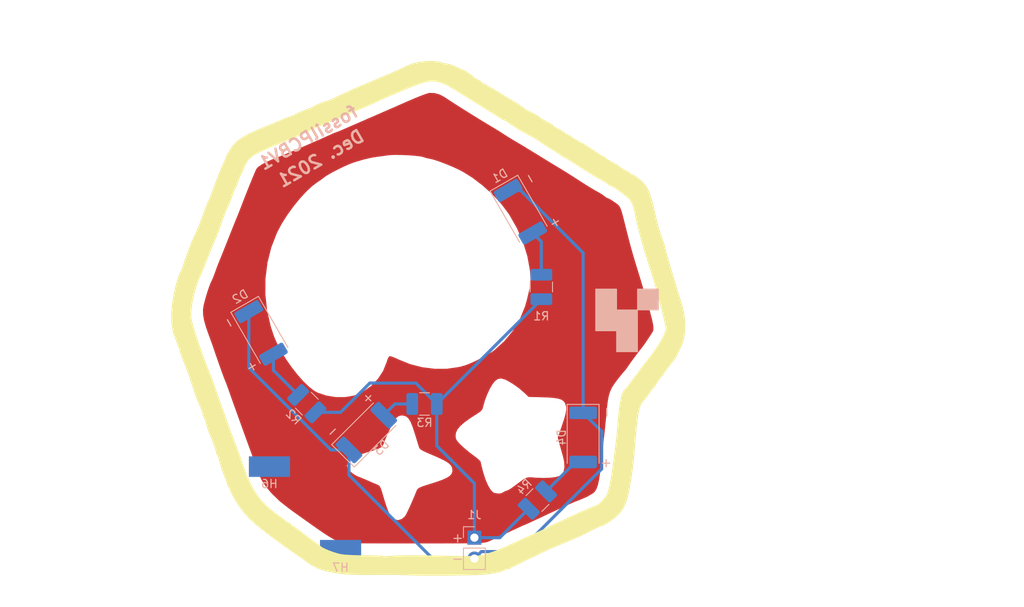
<source format=kicad_pcb>
(kicad_pcb (version 20211014) (generator pcbnew)
  (layers (0 "F.Cu" signal) (31 "B.Cu" signal) (34 "B.Paste" user) (35 "F.Paste" user) (36 "B.SilkS" user "B.Silkscreen") (37 "F.SilkS" user "F.Silkscreen") (38 "B.Mask" user) (39 "F.Mask" user) (44 "Edge.Cuts" user))
  (net 0 "")
  (net 1 "Net-(D1-Pad1)")
  (net 2 "Net-(D1-Pad2)")
  (net 3 "Net-(D2-Pad2)")
  (net 4 "Net-(D3-Pad2)")
  (net 5 "Net-(D4-Pad2)")
  (net 6 "Net-(J1-Pad1)")
  (net 7 "Net-(H6-Pad1)")
  (net 8 "Net-(H7-Pad1)")
  (footprint "fossilFootprint:fossilCopperFill" (layer "F.Cu") (at 177.8 76.2)
    (fp_text reference "H1" hide)
    (fp_text value "MountingHole" hide)
    (fp_poly (pts (xy 0.718068 -27.63413) (xy 1.348667 -27.461911) (xy 1.905 -27.17663) (xy 2.463272 -26.806296) (xy 3.186181 -26.338877) (xy 4.020451 -25.807788) (xy 4.912805 -25.246442) (xy 5.80997 -24.688255) (xy 6.658667 -24.166642) (xy 7.405622 -23.715015) (xy 7.747 -23.512541) (xy 8.242198 -23.213473) (xy 8.806637 -22.860825) (xy 9.2075 -22.602925) (xy 9.695035 -22.290752) (xy 10.195341 -21.981772) (xy 10.541 -21.777186) (xy 10.977391 -21.522267) (xy 11.490071 -21.214985) (xy 11.811 -21.018699) (xy 12.264152 -20.740246) (xy 12.704668 -20.472422) (xy 12.954 -20.322792) (xy 13.341596 -20.088289) (xy 13.702452 -19.863387) (xy 13.738745 -19.840171) (xy 14.007168 -19.671799) (xy 14.415928 -19.420081) (xy 14.887687 -19.132571) (xy 15.008745 -19.05926) (xy 15.726892 -18.624497) (xy 16.285276 -18.284603) (xy 16.741746 -18.003443) (xy 17.154149 -17.744882) (xy 17.580333 -17.472786) (xy 18.078145 -17.15102) (xy 18.444284 -16.913234) (xy 19.03949 -16.532819) (xy 19.619851 -16.173211) (xy 20.121145 -15.873511) (xy 20.479151 -15.67282) (xy 20.495428 -15.664393) (xy 20.90062 -15.4361) (xy 21.247221 -15.206789) (xy 21.376625 -15.102409) (xy 21.613284 -14.922845) (xy 21.772697 -14.858791) (xy 21.939579 -14.790675) (xy 22.244484 -14.612759) (xy 22.60138 -14.377151) (xy 22.84228 -14.210337) (xy 23.028484 -14.065471) (xy 23.175943 -13.906504) (xy 23.300603 -13.697388) (xy 23.418416 -13.402074) (xy 23.545329 -12.984514) (xy 23.697292 -12.408657) (xy 23.890254 -11.638455) (xy 23.989565 -11.2395) (xy 24.271577 -10.122743) (xy 24.520297 -9.174287) (xy 24.757668 -8.314509) (xy 25.005634 -7.463789) (xy 25.267135 -6.604) (xy 25.41643 -6.119399) (xy 25.553265 -5.672003) (xy 25.690957 -5.217358) (xy 25.842819 -4.71101) (xy 26.022165 -4.108504) (xy 26.242309 -3.365386) (xy 26.516565 -2.437201) (xy 26.617439 -2.0955) (xy 26.914413 -1.06155) (xy 27.129774 -0.243205) (xy 27.268095 0.38286) (xy 27.333952 0.83997) (xy 27.331917 1.15145) (xy 27.285253 1.310005) (xy 27.132818 1.565036) (xy 26.882452 1.952657) (xy 26.584065 2.398918) (xy 26.287571 2.829871) (xy 26.04288 3.171566) (xy 25.933152 3.313289) (xy 25.678641 3.632485) (xy 25.334762 4.083221) (xy 24.958165 4.589207) (xy 24.6055 5.074148) (xy 24.333417 5.461753) (xy 24.291251 5.5245) (xy 24.062642 5.853379) (xy 23.873494 6.099039) (xy 23.818051 6.1595) (xy 23.680112 6.313507) (xy 23.432214 6.612073) (xy 23.120449 6.999345) (xy 23.014623 7.133013) (xy 22.601377 7.681618) (xy 22.29148 8.169768) (xy 22.064962 8.655355) (xy 21.901853 9.196274) (xy 21.782182 9.850418) (xy 21.685979 10.675679) (xy 21.646784 11.098359) (xy 21.573715 11.889883) (xy 21.493295 12.704423) (xy 21.414326 13.456065) (xy 21.345611 14.0589) (xy 21.333061 14.1605) (xy 21.250519 14.853276) (xy 21.163053 15.646819) (xy 21.087342 16.388815) (xy 21.075793 16.51) (xy 20.956529 17.694192) (xy 20.839998 18.651075) (xy 20.719979 19.407183) (xy 20.590253 19.98905) (xy 20.4446 20.423209) (xy 20.2768 20.736194) (xy 20.080633 20.954537) (xy 20.023325 20.999733) (xy 19.285947 21.439787) (xy 18.313646 21.852759) (xy 18.176232 21.902125) (xy 17.782541 22.054748) (xy 17.288009 22.26464) (xy 16.935312 22.42382) (xy 15.800922 22.952649) (xy 14.801215 23.419908) (xy 13.840265 23.870488) (xy 13.041685 24.245938) (xy 12.504843 24.496664) (xy 12.057372 24.702025) (xy 11.745938 24.840858) (xy 11.617206 24.891999) (xy 11.617158 24.892) (xy 11.488932 24.943053) (xy 11.178059 25.082056) (xy 10.731223 25.287768) (xy 10.195972 25.538544) (xy 9.502642 25.865399) (xy 8.948578 26.125101) (xy 8.443636 26.359522) (xy 7.897671 26.610536) (xy 7.3025 26.882608) (xy 7.188041 26.929161) (xy 7.051099 26.969056) (xy 6.872384 27.002804) (xy 6.632608 27.030916) (xy 6.312482 27.053901) (xy 5.892718 27.072271) (xy 5.354026 27.086536) (xy 4.677118 27.097206) (xy 3.842706 27.104792) (xy 2.831501 27.109803) (xy 1.624213 27.112752) (xy 0.201555 27.114147) (xy -1.455763 27.114499) (xy -1.4605 27.1145) (xy -2.893562 27.113996) (xy -4.257361 27.112544) (xy -5.529714 27.110229) (xy -6.688436 27.107138) (xy -7.711343 27.103357) (xy -8.57625 27.098973) (xy -9.260974 27.094071) (xy -9.743329 27.088738) (xy -10.001131 27.08306) (xy -10.033 27.081141) (xy -10.388308 27.030019) (xy -10.736163 26.943578) (xy -11.104692 26.806089) (xy -11.522019 26.601821) (xy -12.01627 26.315045) (xy -12.615571 25.930028) (xy -13.348047 25.431043) (xy -14.241823 24.802357) (xy -14.732 24.453035) (xy -15.32462 24.029489) (xy -15.925207 23.600195) (xy -16.459788 23.218032) (xy -16.82377 22.957776) (xy -18.028325 22.015187) (xy -19.020159 21.057037) (xy -19.465811 20.539684) (xy -19.800365 20.112591) (xy -20.062252 19.73732) (xy -20.281771 19.355024) (xy -20.489223 18.906858) (xy -20.714907 18.333978) (xy -20.942704 17.705774) (xy -9.906 17.705774) (xy -9.801255 17.987874) (xy -9.527788 18.320622) (xy -9.146753 18.646619) (xy -8.719302 18.908468) (xy -8.543749 18.984359) (xy -8.084686 19.165277) (xy -7.53917 19.394754) (xy -7.17439 19.555975) (xy -6.733119 19.750658) (xy -6.349057 19.910299) (xy -6.133827 19.990494) (xy -5.934867 20.131469) (xy -5.767021 20.443933) (xy -5.649292 20.802527) (xy -5.362436 21.782411) (xy -5.120624 22.546208) (xy -4.909598 23.124812) (xy -4.7151 23.549116) (xy -4.522872 23.850015) (xy -4.318657 24.0584) (xy -4.088196 24.205167) (xy -4.076083 24.211265) (xy -3.666368 24.284907) (xy -3.236426 24.151226) (xy -2.863714 23.837361) (xy -2.811753 23.768234) (xy -2.669333 23.517049) (xy -2.455979 23.081311) (xy -2.194815 22.512409) (xy -1.908965 21.861733) (xy -1.621553 21.180671) (xy -1.392037 20.613073) (xy -1.284351 20.465018) (xy -1.058078 20.322195) (xy -0.672286 20.16519) (xy -0.086043 19.974592) (xy 0.02569 19.940707) (xy 0.974268 19.642613) (xy 1.700567 19.381644) (xy 2.230788 19.142251) (xy 2.59113 18.908884) (xy 2.807793 18.665994) (xy 2.906976 18.398031) (xy 2.921 18.222364) (xy 2.877351 17.901714) (xy 2.726785 17.617532) (xy 2.439865 17.34588) (xy 1.987159 17.062825) (xy 1.339233 16.74443) (xy 0.8255 16.518321) (xy 0.127897 16.219715) (xy -0.373289 15.999566) (xy -0.714125 15.834024) (xy -0.93068 15.699242) (xy -1.059022 15.571371) (xy -1.135219 15.426563) (xy -1.19534 15.240968) (xy -1.217579 15.167426) (xy -1.332309 14.794082) (xy -1.488893 14.284937) (xy -1.57933 13.991026) (xy 3.302 13.991026) (xy 3.323445 14.287423) (xy 3.414884 14.535005) (xy 3.616972 14.805634) (xy 3.96875 15.169577) (xy 4.423327 15.584705) (xy 4.972263 16.038339) (xy 5.49275 16.429387) (xy 5.889328 16.727997) (xy 6.188637 16.992159) (xy 6.340618 17.176333) (xy 6.35 17.209247) (xy 6.382949 17.403409) (xy 6.471425 17.777855) (xy 6.599872 18.269019) (xy 6.682539 18.56808) (xy 6.943796 19.366504) (xy 7.237043 20.043472) (xy 7.5428 20.564207) (xy 7.841592 20.893934) (xy 8.041016 20.993455) (xy 8.531989 21.057692) (xy 8.870546 21.01428) (xy 9.087976 20.895539) (xy 9.352009 20.746747) (xy 9.513268 20.705039) (xy 9.703179 20.630866) (xy 10.018643 20.441838) (xy 10.338768 20.217234) (xy 10.926798 19.77553) (xy 11.355519 19.460499) (xy 11.67339 19.252701) (xy 11.92887 19.132697) (xy 12.170415 19.081046) (xy 12.446486 19.078308) (xy 12.80554 19.105043) (xy 13.059964 19.12557) (xy 13.967611 19.162898) (xy 14.779309 19.135784) (xy 15.451572 19.048722) (xy 15.940919 18.906207) (xy 16.110412 18.810352) (xy 16.404908 18.431752) (xy 16.532364 17.878026) (xy 16.49078 17.167121) (xy 16.358624 16.580616) (xy 16.196227 16.000896) (xy 16.028802 15.395159) (xy 15.912242 14.967144) (xy 15.719138 14.249789) (xy 16.241569 12.741657) (xy 16.504881 11.942806) (xy 16.67 11.330322) (xy 16.742482 10.858725) (xy 16.727883 10.482537) (xy 16.631757 10.156279) (xy 16.572651 10.031359) (xy 16.401504 9.801357) (xy 16.135629 9.627969) (xy 15.741396 9.502973) (xy 15.18517 9.418145) (xy 14.433321 9.365262) (xy 13.754982 9.342421) (xy 12.172274 9.304526) (xy 11.642387 8.795466) (xy 10.977925 8.227968) (xy 10.223808 7.69645) (xy 9.488333 7.275577) (xy 9.328422 7.200132) (xy 8.846525 7.05791) (xy 8.439519 7.121025) (xy 8.063394 7.405681) (xy 7.777109 7.771351) (xy 7.458501 8.320375) (xy 7.140246 9.004807) (xy 6.867036 9.717007) (xy 6.683565 10.349335) (xy 6.661136 10.459098) (xy 6.562372 10.788181) (xy 6.3675 11.038561) (xy 6.008802 11.295419) (xy 5.984111 11.310725) (xy 5.068183 11.899801) (xy 4.36629 12.409446) (xy 3.858643 12.859438) (xy 3.52545 13.269552) (xy 3.346923 13.659564) (xy 3.302 13.991026) (xy -1.57933 13.991026) (xy -1.654436 13.746943) (xy -1.662569 13.720518) (xy -1.927225 12.917804) (xy -2.168908 12.333641) (xy -2.410946 11.936837) (xy -2.676666 11.696198) (xy -2.989394 11.580531) (xy -3.280495 11.557) (xy -3.622017 11.638613) (xy -3.963243 11.91018) (xy -4.050844 12.005919) (xy -4.285456 12.300265) (xy -4.426565 12.529676) (xy -4.445 12.592068) (xy -4.495962 12.764437) (xy -4.631452 13.10169) (xy -4.825373 13.540063) (xy -4.890409 13.680408) (xy -5.10905 14.163534) (xy -5.289002 14.590874) (xy -5.398022 14.88508) (xy -5.409831 14.926413) (xy -5.529609 15.209945) (xy -5.757013 15.434901) (xy -6.137023 15.630519) (xy -6.714622 15.826039) (xy -6.858 15.867758) (xy -7.386837 16.02488) (xy -7.880835 16.18192) (xy -8.238344 16.306487) (xy -8.255 16.312908) (xy -8.691099 16.4809) (xy -9.11701 16.642409) (xy -9.11824 16.64287) (xy -9.493548 16.889467) (xy -9.780547 17.266834) (xy -9.905251 17.675147) (xy -9.906 17.705774) (xy -20.942704 17.705774) (xy -20.984868 17.5895) (xy -21.209839 16.959386) (xy -21.429777 16.347463) (xy -21.615827 15.8338) (xy -21.717141 15.5575) (xy -21.849978 15.195613) (xy -22.043907 14.662839) (xy -22.274183 14.027345) (xy -22.51606 13.3573) (xy -22.546962 13.2715) (xy -22.81215 12.535011) (xy -23.09147 11.759328) (xy -23.351225 11.038025) (xy -23.553099 10.4775) (xy -23.776474 9.853175) (xy -24.006937 9.202295) (xy -24.203603 8.640497) (xy -24.24908 8.509) (xy -24.422644 8.021729) (xy -24.591074 7.576156) (xy -24.703443 7.3025) (xy -24.807932 7.041201) (xy -24.976342 6.588986) (xy -25.191017 5.995477) (xy -25.434298 5.310299) (xy -25.688528 4.583078) (xy -25.936049 3.863439) (xy -26.104333 3.3655) (xy -26.228354 3.009017) (xy -26.409018 2.506494) (xy -26.613279 1.949527) (xy -26.677022 1.778) (xy -27.021864 0.791403) (xy -27.248795 -0.017828) (xy -27.36566 -0.69301) (xy -27.380304 -1.277464) (xy -27.315542 -1.747967) (xy -27.185254 -2.286648) (xy -27.013892 -2.900474) (xy -26.940741 -3.138587) (xy -19.804929 -3.138587) (xy -19.590216 -1.174591) (xy -19.1462 0.76563) (xy -18.746335 1.9685) (xy -18.351722 2.875338) (xy -17.838772 3.831857) (xy -17.235871 4.801428) (xy -16.571408 5.747422) (xy -15.87377 6.633211) (xy -15.171344 7.422166) (xy -14.492519 8.077659) (xy -13.86568 8.563062) (xy -13.462 8.78688) (xy -12.381006 9.147998) (xy -11.240107 9.331334) (xy -10.109456 9.332438) (xy -9.059202 9.146863) (xy -8.843569 9.079751) (xy -7.830187 8.607583) (xy -6.906308 7.928997) (xy -6.111855 7.086692) (xy -5.486752 6.123364) (xy -5.070921 5.08171) (xy -5.056726 5.029785) (xy -4.931491 4.662072) (xy -4.795598 4.410229) (xy -4.7302 4.351531) (xy -4.547809 4.375951) (xy -4.205381 4.495572) (xy -3.767406 4.686833) (xy -3.627368 4.754487) (xy -2.240634 5.317812) (xy -0.762279 5.696872) (xy 0.754594 5.886744) (xy 2.256881 5.882506) (xy 3.691478 5.679236) (xy 4.3815 5.496863) (xy 5.009166 5.263748) (xy 5.750584 4.930985) (xy 6.523374 4.540821) (xy 7.245161 4.135507) (xy 7.833567 3.757291) (xy 7.971417 3.655694) (xy 9.212191 2.543073) (xy 10.262483 1.268858) (xy 11.109268 -0.14682) (xy 11.739521 -1.683828) (xy 11.981956 -2.543449) (xy 12.171598 -3.354812) (xy 12.301662 -3.983871) (xy 12.378295 -4.493672) (xy 12.407643 -4.947261) (xy 12.395852 -5.407683) (xy 12.349069 -5.937983) (xy 12.32995 -6.112816) (xy 12.027114 -7.792458) (xy 11.500681 -9.499904) (xy 10.769195 -11.18626) (xy 9.851203 -12.802635) (xy 9.710888 -13.0175) (xy 8.835737 -14.175942) (xy 7.772433 -15.323113) (xy 6.58276 -16.402499) (xy 5.328502 -17.357584) (xy 4.191 -18.066671) (xy 3.609114 -18.364195) (xy 2.920022 -18.678958) (xy 2.18635 -18.986166) (xy 1.470723 -19.261026) (xy 0.835768 -19.478745) (xy 0.344109 -19.61453) (xy 0.224279 -19.637087) (xy -0.168146 -19.714926) (xy -0.479279 -19.807059) (xy -0.536628 -19.832209) (xy -0.801873 -19.906181) (xy -1.262782 -19.974135) (xy -1.861033 -20.032807) (xy -2.538306 -20.078932) (xy -3.236278 -20.109246) (xy -3.89663 -20.120483) (xy -4.461039 -20.109379) (xy -4.86097 -20.074284) (xy -5.408845 -19.993916) (xy -5.965862 -19.919301) (xy -6.260973 -19.883726) (xy -6.990646 -19.762817) (xy -7.868853 -19.553824) (xy -8.814414 -19.277045) (xy -9.2075 -19.147044) (xy -9.664304 -18.968602) (xy -10.232664 -18.714679) (xy -10.853091 -18.415567) (xy -11.466097 -18.101556) (xy -12.012195 -17.802936) (xy -12.431897 -17.549997) (xy -12.6365 -17.401048) (xy -12.903144 -17.193884) (xy -13.266926 -16.944011) (xy -13.3985 -16.860071) (xy -14.088374 -16.347751) (xy -14.841412 -15.645143) (xy -15.622295 -14.796091) (xy -16.395704 -13.844437) (xy -17.126319 -12.834024) (xy -17.778821 -11.808695) (xy -18.317891 -10.812292) (xy -18.386802 -10.668) (xy -19.081275 -8.891065) (xy -19.549656 -7.02504) (xy -19.791142 -5.098142) (xy -19.804929 -3.138587) (xy -26.940741 -3.138587) (xy -26.822607 -3.523117) (xy -26.632547 -4.088251) (xy -26.464865 -4.529546) (xy -26.355878 -4.75749) (xy -26.233635 -5.008933) (xy -26.069457 -5.411304) (xy -25.911511 -5.842) (xy -25.73764 -6.328959) (xy -25.57032 -6.774342) (xy -25.45969 -7.0485) (xy -25.361677 -7.284605) (xy -25.188339 -7.712618) (xy -24.957486 -8.288139) (xy -24.686925 -8.966768) (xy -24.394467 -9.704103) (xy -24.389958 -9.7155) (xy -24.090662 -10.470244) (xy -23.806712 -11.182961) (xy -23.55772 -11.804674) (xy -23.3633 -12.286407) (xy -23.245663 -12.573) (xy -23.06955 -13.005297) (xy -22.857313 -13.544113) (xy -22.693955 -13.97) (xy -22.46078 -14.578002) (xy -22.190928 -15.266594) (xy -21.903629 -15.988357) (xy -21.618113 -16.695868) (xy -21.353609 -17.341708) (xy -21.129346 -17.878456) (xy -20.964553 -18.25869) (xy -20.895432 -18.405276) (xy -20.669125 -18.655285) (xy -20.253133 -18.94676) (xy -19.700766 -19.247211) (xy -19.065334 -19.524144) (xy -19.05 -19.530042) (xy -18.40492 -19.784746) (xy -17.583749 -20.120079) (xy -16.642006 -20.51239) (xy -15.635207 -20.938029) (xy -14.618868 -21.373343) (xy -13.648505 -21.794681) (xy -12.779637 -22.178391) (xy -12.067779 -22.500823) (xy -11.966279 -22.547884) (xy -11.593823 -22.716121) (xy -11.321524 -22.829439) (xy -11.225566 -22.86) (xy -11.083674 -22.907419) (xy -10.771017 -23.033099) (xy -10.348949 -23.212176) (xy -10.244787 -23.257455) (xy -9.463995 -23.598226) (xy -8.637668 -23.95862) (xy -7.80269 -24.322575) (xy -6.995948 -24.67403) (xy -6.254326 -24.996924) (xy -5.614709 -25.275194) (xy -5.113983 -25.492779) (xy -4.789033 -25.633617) (xy -4.699 -25.672374) (xy -4.37645 -25.812685) (xy -3.972831 -25.991453) (xy -3.8735 -26.035912) (xy -2.667522 -26.569858) (xy -1.659435 -27.000672) (xy -0.856171 -27.325565) (xy -0.264661 -27.541748) (xy 0.108165 -27.646433) (xy 0.143942 -27.65223) (xy 0.718068 -27.63413)) (layer "F.Cu") (width 0.01) (fill solid))
  )
  (footprint "fossilFootprint:fossilEdge" (layer "F.Cu") (at 177.8 76.2)
    (fp_text reference "H2" hide)
    (fp_text value "MountingHole" hide)
    (fp_poly (pts (xy 0.811661 -31.345673) (xy 1.763686 -31.228814) (xy 2.649736 -31.041432) (xy 3.385359 -30.794511) (xy 3.4925 -30.745918) (xy 3.849992 -30.578777) (xy 4.131874 -30.452832) (xy 4.191 -30.428299) (xy 4.392719 -30.311491) (xy 4.709595 -30.090789) (xy 4.953 -29.90688) (xy 5.332399 -29.626641) (xy 5.683209 -29.393623) (xy 5.842 -29.303157) (xy 6.121021 -29.154434) (xy 6.464875 -28.949155) (xy 6.919368 -28.65876) (xy 7.530311 -28.254695) (xy 7.62 -28.194746) (xy 8.009508 -27.940252) (xy 8.334253 -27.738875) (xy 8.509 -27.641826) (xy 8.75002 -27.512746) (xy 9.039988 -27.335352) (xy 9.554603 -27.008394) (xy 10.060021 -26.69903) (xy 10.507187 -26.436001) (xy 10.847048 -26.248048) (xy 11.030552 -26.163912) (xy 11.042551 -26.162001) (xy 11.199002 -26.075348) (xy 11.309089 -25.964163) (xy 11.532849 -25.784911) (xy 11.868761 -25.602078) (xy 11.926156 -25.577102) (xy 12.300681 -25.387733) (xy 12.611047 -25.177818) (xy 12.634766 -25.157238) (xy 12.862118 -24.988045) (xy 13.241095 -24.741569) (xy 13.700946 -24.463265) (xy 13.843 -24.38099) (xy 14.331515 -24.090413) (xy 14.77764 -23.80635) (xy 15.101402 -23.58019) (xy 15.154494 -23.53819) (xy 15.424595 -23.341558) (xy 15.623132 -23.243495) (xy 15.642889 -23.241) (xy 15.822593 -23.172643) (xy 16.103718 -23.003498) (xy 16.172894 -22.955512) (xy 16.5406 -22.707515) (xy 16.891711 -22.491425) (xy 16.913168 -22.479262) (xy 17.192205 -22.315884) (xy 17.634873 -22.049163) (xy 18.189702 -21.710837) (xy 18.805223 -21.332645) (xy 19.429964 -20.946326) (xy 20.012457 -20.583619) (xy 20.501231 -20.276263) (xy 20.844815 -20.055997) (xy 20.874033 -20.0368) (xy 21.240792 -19.805847) (xy 21.560396 -19.62286) (xy 21.660002 -19.573293) (xy 21.906563 -19.438991) (xy 22.268452 -19.215492) (xy 22.548545 -19.030993) (xy 23.067951 -18.687901) (xy 23.583154 -18.362674) (xy 24.045568 -18.08435) (xy 24.40661 -17.881963) (xy 24.617694 -17.784551) (xy 24.641744 -17.780001) (xy 24.808859 -17.69858) (xy 25.100352 -17.486346) (xy 25.460252 -17.191345) (xy 25.832585 -16.861621) (xy 26.16138 -16.545218) (xy 26.390665 -16.290181) (xy 26.414094 -16.258677) (xy 26.642898 -15.850056) (xy 26.884444 -15.278699) (xy 27.108164 -14.632147) (xy 27.283492 -13.997943) (xy 27.375091 -13.506398) (xy 27.427808 -13.134963) (xy 27.479314 -12.877652) (xy 27.499218 -12.820984) (xy 27.549783 -12.672178) (xy 27.649652 -12.327957) (xy 27.784606 -11.838834) (xy 27.940429 -11.255324) (xy 27.948081 -11.226223) (xy 28.108369 -10.634088) (xy 28.253895 -10.129078) (xy 28.368932 -9.76366) (xy 28.437752 -9.590296) (xy 28.439019 -9.5885) (xy 28.51426 -9.403387) (xy 28.613825 -9.05229) (xy 28.696572 -8.6995) (xy 28.829228 -8.166328) (xy 29.010249 -7.543833) (xy 29.172556 -7.0485) (xy 29.362891 -6.476988) (xy 29.574214 -5.796746) (xy 29.764041 -5.144989) (xy 29.782041 -5.08) (xy 29.965857 -4.419659) (xy 30.179627 -3.663084) (xy 30.381645 -2.957723) (xy 30.410663 -2.8575) (xy 30.573657 -2.294683) (xy 30.724486 -1.772196) (xy 30.838681 -1.374866) (xy 30.868614 -1.27) (xy 30.935211 -0.935524) (xy 31.000562 -0.439287) (xy 31.053125 0.12668) (xy 31.064332 0.29077) (xy 31.029 1.627915) (xy 30.75375 2.886033) (xy 30.240822 4.057785) (xy 29.64131 4.953) (xy 29.275751 5.423747) (xy 28.848813 5.983977) (xy 28.392498 6.590512) (xy 27.938806 7.200175) (xy 27.519739 7.769788) (xy 27.167299 8.256173) (xy 26.913487 8.616153) (xy 26.807695 8.776237) (xy 26.613429 9.050336) (xy 26.318475 9.418303) (xy 26.066691 9.709968) (xy 25.783679 10.045713) (xy 25.583864 10.319863) (xy 25.515069 10.458731) (xy 25.470723 10.951441) (xy 25.406031 11.610242) (xy 25.329979 12.348921) (xy 25.251552 13.081269) (xy 25.179736 13.721076) (xy 25.142468 14.0335) (xy 25.069818 14.655271) (xy 24.989985 15.392211) (xy 24.917793 16.106441) (xy 24.903547 16.256) (xy 24.756572 17.654568) (xy 24.590099 18.942033) (xy 24.40897 20.091513) (xy 24.218028 21.076124) (xy 24.022114 21.868981) (xy 23.826073 22.443202) (xy 23.765533 22.573591) (xy 23.365164 23.175975) (xy 22.80821 23.771066) (xy 22.161209 24.30432) (xy 21.4907 24.721192) (xy 20.86322 24.967139) (xy 20.838573 24.972968) (xy 20.557374 25.071628) (xy 20.148997 25.254457) (xy 19.7485 25.457429) (xy 19.199134 25.73817) (xy 18.57584 26.035942) (xy 18.161 26.221936) (xy 17.443238 26.533648) (xy 16.670723 26.874009) (xy 15.88321 27.224989) (xy 15.120457 27.568558) (xy 14.422221 27.886684) (xy 13.828257 28.161339) (xy 13.378323 28.374492) (xy 13.112174 28.508113) (xy 13.081 28.525782) (xy 12.74094 28.710348) (xy 12.345528 28.900888) (xy 12.319 28.912721) (xy 11.998344 29.058554) (xy 11.532969 29.274827) (xy 11.007228 29.522247) (xy 10.834317 29.604293) (xy 10.35332 29.824422) (xy 9.947845 29.994176) (xy 9.680118 30.088176) (xy 9.621467 30.099) (xy 9.375781 30.176741) (xy 9.32815 30.213235) (xy 9.15806 30.293543) (xy 8.803262 30.413151) (xy 8.326004 30.551956) (xy 8.0645 30.621351) (xy 7.817687 30.683563) (xy 7.585023 30.736327) (xy 7.344079 30.780437) (xy 7.072427 30.816684) (xy 6.747639 30.845862) (xy 6.347286 30.868763) (xy 5.84894 30.88618) (xy 5.230174 30.898906) (xy 4.468558 30.907733) (xy 3.541666 30.913455) (xy 2.427067 30.916863) (xy 1.102336 30.918752) (xy -0.381 30.919866) (xy -1.777318 30.919106) (xy -3.142944 30.915238) (xy -4.448478 30.908552) (xy -5.664518 30.899336) (xy -6.761662 30.887878) (xy -7.71051 30.874467) (xy -8.481658 30.859391) (xy -9.045706 30.84294) (xy -9.271 30.832616) (xy -9.967855 30.786115) (xy -10.653764 30.729677) (xy -11.244566 30.670821) (xy -11.6205 30.622758) (xy -12.088149 30.50915) (xy -12.685431 30.306723) (xy -13.335334 30.04789) (xy -13.960846 29.765066) (xy -14.484954 29.490664) (xy -14.7955 29.28642) (xy -15.224402 28.955764) (xy -15.760374 28.558667) (xy -16.30024 28.171207) (xy -16.449296 28.067) (xy -16.805506 27.811615) (xy -17.247975 27.483248) (xy -17.56577 27.241407) (xy -18.047774 26.881454) (xy -18.597908 26.487618) (xy -18.95475 26.241691) (xy -19.318454 25.983981) (xy -19.580038 25.774104) (xy -19.684842 25.656056) (xy -19.685 25.653941) (xy -19.789618 25.54461) (xy -20.043692 25.409404) (xy -20.066 25.4) (xy -20.327871 25.260806) (xy -20.446399 25.137127) (xy -20.447 25.130592) (xy -20.545664 25.023968) (xy -20.586848 25.019) (xy -20.773889 24.925933) (xy -21.080288 24.672585) (xy -21.467633 24.297732) (xy -21.897511 23.840151) (xy -22.33151 23.338618) (xy -22.660571 22.925632) (xy -22.970491 22.481674) (xy -23.306146 21.93998) (xy -23.63928 21.354017) (xy -23.941637 20.77725) (xy -24.184961 20.263147) (xy -24.340998 19.865173) (xy -24.384001 19.664515) (xy -24.451598 19.416078) (xy -24.488918 19.36115) (xy -24.585135 19.17338) (xy -24.706433 18.839102) (xy -24.758418 18.669) (xy -24.898714 18.225789) (xy -25.085706 17.689659) (xy -25.218038 17.3355) (xy -25.388038 16.880336) (xy -25.52826 16.476413) (xy -25.595738 16.256) (xy -25.673571 16.015161) (xy -25.823289 15.598098) (xy -26.022935 15.064617) (xy -26.2377 14.507385) (xy -26.455393 13.935305) (xy -26.633504 13.438575) (xy -26.753537 13.070804) (xy -26.797001 12.886412) (xy -26.856038 12.615712) (xy -26.917848 12.476026) (xy -27.109957 12.066684) (xy -27.326694 11.514701) (xy -27.527953 10.923046) (xy -27.547871 10.8585) (xy -27.682797 10.44737) (xy -27.816839 10.085024) (xy -27.838387 10.033) (xy -28.034933 9.549552) (xy -28.192258 9.093479) (xy -28.328607 8.636) (xy -28.448032 8.268356) (xy -28.559858 8.003004) (xy -28.597083 7.94385) (xy -28.695822 7.712573) (xy -28.702 7.645543) (xy -28.755181 7.409721) (xy -28.892672 7.033181) (xy -29.081399 6.600453) (xy -29.220677 6.319973) (xy -29.320493 6.045183) (xy -29.337001 5.924159) (xy -29.384283 5.706109) (xy -29.511266 5.317169) (xy -29.695651 4.819066) (xy -29.915141 4.273531) (xy -30.031855 4.0005) (xy -30.17764 3.63032) (xy -30.368277 3.096126) (xy -30.57673 2.477517) (xy -30.775962 1.854093) (xy -30.894573 1.4605) (xy -30.9651 1.056955) (xy -31.009683 0.462541) (xy -31.029203 -0.261034) (xy -31.024543 -1.052061) (xy -30.996584 -1.84883) (xy -30.946207 -2.589632) (xy -30.874294 -3.212759) (xy -30.823816 -3.4925) (xy -30.395654 -5.019488) (xy -30.029825 -5.924694) (xy -29.904897 -6.221243) (xy -29.845735 -6.412934) (xy -29.845 -6.423304) (xy -29.799514 -6.579738) (xy -29.676246 -6.920759) (xy -29.494987 -7.39644) (xy -29.275525 -7.956856) (xy -29.03765 -8.552081) (xy -28.801151 -9.132188) (xy -28.585817 -9.647253) (xy -28.411437 -10.047348) (xy -28.389054 -10.0965) (xy -28.196707 -10.543574) (xy -27.970678 -11.109861) (xy -27.759306 -11.674184) (xy -27.755781 -11.684) (xy -27.554766 -12.223212) (xy -27.347917 -12.744113) (xy -27.177974 -13.139297) (xy -27.169065 -13.158411) (xy -27.02027 -13.504674) (xy -26.933296 -13.763892) (xy -26.924001 -13.822375) (xy -26.873468 -13.998228) (xy -26.739436 -14.337478) (xy -26.548251 -14.774503) (xy -26.496179 -14.887965) (xy -26.239027 -15.474251) (xy -25.982265 -16.110087) (xy -25.788826 -16.637) (xy -25.613594 -17.119323) (xy -25.372909 -17.735663) (xy -25.105452 -18.388366) (xy -24.958775 -18.7325) (xy -24.726013 -19.269864) (xy -24.525874 -19.732652) (xy -24.383062 -20.063701) (xy -24.327647 -20.193) (xy -24.153535 -20.530721) (xy -23.849921 -21.01713) (xy -23.694604 -21.25067) (xy -23.508017 -21.45297) (xy -23.193149 -21.726746) (xy -22.812297 -22.025402) (xy -22.427755 -22.302342) (xy -22.101819 -22.510969) (xy -21.896783 -22.604686) (xy -21.882651 -22.606) (xy -21.737216 -22.651874) (xy -21.430266 -22.771095) (xy -21.097881 -22.908619) (xy -20.593494 -23.117482) (xy -19.992373 -23.359617) (xy -19.4945 -23.555382) (xy -18.937294 -23.778488) (xy -18.365214 -24.019255) (xy -17.946745 -24.205263) (xy -17.577832 -24.371332) (xy -17.309918 -24.482369) (xy -17.219281 -24.511) (xy -17.152554 -24.529826) (xy -16.992882 -24.59431) (xy -16.713297 -24.71646) (xy -16.286829 -24.908285) (xy -15.686509 -25.181795) (xy -14.885366 -25.548999) (xy -14.7955 -25.590264) (xy -14.451218 -25.744436) (xy -14.006267 -25.938772) (xy -13.7795 -26.036216) (xy -13.377432 -26.212079) (xy -13.046032 -26.364453) (xy -12.923974 -26.425099) (xy -12.658509 -26.526016) (xy -12.542974 -26.543532) (xy -12.345329 -26.59815) (xy -12.012761 -26.737552) (xy -11.773306 -26.853145) (xy -11.31773 -27.067078) (xy -10.86423 -27.253606) (xy -10.693806 -27.313812) (xy -10.315179 -27.459299) (xy -9.840963 -27.672481) (xy -9.525 -27.829427) (xy -9.141016 -28.021037) (xy -8.845336 -28.153014) (xy -8.717657 -28.193728) (xy -8.556415 -28.244113) (xy -8.232707 -28.376671) (xy -7.81319 -28.563937) (xy -7.765157 -28.586185) (xy -7.007513 -28.93759) (xy -6.439372 -29.198447) (xy -6.020356 -29.386233) (xy -5.710086 -29.518426) (xy -5.468181 -29.612502) (xy -5.254263 -29.685938) (xy -5.1435 -29.720899) (xy -4.793981 -29.84266) (xy -4.546611 -29.953105) (xy -4.5085 -29.977554) (xy -4.240288 -30.133949) (xy -3.791774 -30.341121) (xy -3.225502 -30.575391) (xy -2.604012 -30.81308) (xy -1.989846 -31.03051) (xy -1.445545 -31.204001) (xy -1.033652 -31.309874) (xy -0.9525 -31.323903) (xy -0.121885 -31.38103) (xy 0.811661 -31.345673)) (layer "Edge.Cuts") (width 0.01) (fill none))
  )
  (footprint "fossilFootprint:fossilMasklessBack" (layer "F.Cu") (at 177.8 76.2)
    (fp_text reference "H3" hide)
    (fp_text value "MountingHole" hide)
  )
  (footprint "fossilFootprint:fossilMasklessFront" (layer "F.Cu") (at 177.8 76.2)
    (fp_text reference "H4" hide)
    (fp_text value "MountingHole" hide)
  )
  (footprint "fossilFootprint:fossilSlikscreen" (layer "F.Cu") (at 177.8 76.2)
    (fp_text reference "H5" hide)
    (fp_text value "MountingHole" hide)
  )
  (footprint "LED_SMD:LED_2512_6332Metric_Pad1.52x3.35mm_HandSolder" (layer "B.Cu") (at 196.596 90.424 -90)
    (fp_text reference "D4" (at 0 2.62 90) (layer "B.SilkS") (effects (justify mirror)))
    (fp_text value "LED")
    (pad "1" smd roundrect locked (at -2.9875 0 270) (size 1.525 3.35) (layers "B.Cu" "B.Paste" "B.Mask") (roundrect_rratio 0.163934) (net 1 "Net-(D1-Pad1)"))
    (pad "2" smd roundrect locked (at 2.9875 0 270) (size 1.525 3.35) (layers "B.Cu" "B.Paste" "B.Mask") (roundrect_rratio 0.163934) (net 5 "Net-(D4-Pad2)"))
  )
  (footprint "Resistor_SMD:R_1210_3225Metric_Pad1.42x2.65mm_HandSolder" (layer "B.Cu") (at 163.032179 86.324179 -45)
    (fp_text reference "R2" (at 0 2.28 135) (layer "B.SilkS") (effects (justify mirror)))
    (fp_text value "R")
    (pad "1" smd roundrect locked (at -1.4875 0 315) (size 1.425 2.65) (layers "B.Cu" "B.Paste" "B.Mask") (roundrect_rratio 0.175439) (net 3 "Net-(D2-Pad2)"))
    (pad "2" smd roundrect locked (at 1.4875 0 315) (size 1.425 2.65) (layers "B.Cu" "B.Paste" "B.Mask") (roundrect_rratio 0.175439) (net 6 "Net-(J1-Pad1)"))
  )
  (footprint "Resistor_SMD:R_1210_3225Metric_Pad1.42x2.65mm_HandSolder" (layer "B.Cu") (at 191.0445 98.044 -135)
    (fp_text reference "R4" (at 0 2.28 45) (layer "B.SilkS") (effects (justify mirror)))
    (fp_text value "R")
    (pad "1" smd roundrect locked (at -1.4875 0 225) (size 1.425 2.65) (layers "B.Cu" "B.Paste" "B.Mask") (roundrect_rratio 0.175439) (net 5 "Net-(D4-Pad2)"))
    (pad "2" smd roundrect locked (at 1.4875 0 225) (size 1.425 2.65) (layers "B.Cu" "B.Paste" "B.Mask") (roundrect_rratio 0.175439) (net 6 "Net-(J1-Pad1)"))
  )
  (footprint "customParts:SMD_2x5mm" (layer "B.Cu") (at 167.132 104.14 90)
    (fp_text reference "H7" (at -2.1 0 180) (layer "B.SilkS") (effects (justify mirror)))
    (fp_text value "MountingHole_Pad")
    (pad "1" smd rect locked (at 0 0 90) (size 2.5 5) (layers "B.Cu" "B.Paste" "B.Mask") (net 8 "Net-(H7-Pad1)"))
  )
  (footprint "customParts:SMD_2x5mm" (layer "B.Cu") (at 158.496 93.98 90)
    (fp_text reference "H6" (at -2.1 0 180) (layer "B.SilkS") (effects (justify mirror)))
    (fp_text value "MountingHole_Pad")
    (pad "1" smd rect locked (at 0 0 90) (size 2.5 5) (layers "B.Cu" "B.Paste" "B.Mask") (net 7 "Net-(H6-Pad1)"))
  )
  (footprint "Resistor_SMD:R_1210_3225Metric_Pad1.42x2.65mm_HandSolder" (layer "B.Cu") (at 191.516 72.136 -90)
    (fp_text reference "R1" (at 3.556 0 180) (layer "B.SilkS") (effects (justify mirror)))
    (fp_text value "R")
    (pad "1" smd roundrect locked (at -1.4875 0 270) (size 1.425 2.65) (layers "B.Cu" "B.Paste" "B.Mask") (roundrect_rratio 0.175439) (net 2 "Net-(D1-Pad2)"))
    (pad "2" smd roundrect locked (at 1.4875 0 270) (size 1.425 2.65) (layers "B.Cu" "B.Paste" "B.Mask") (roundrect_rratio 0.175439) (net 6 "Net-(J1-Pad1)"))
  )
  (footprint "LED_SMD:LED_2512_6332Metric_Pad1.52x3.35mm_HandSolder" (layer "B.Cu") (at 188.976 62.992 -60)
    (fp_text reference "D1" (at -5.0195 0 30) (layer "B.SilkS") (effects (justify mirror)))
    (fp_text value "LED")
    (pad "1" smd roundrect locked (at -2.9875 0 300) (size 1.525 3.35) (layers "B.Cu" "B.Paste" "B.Mask") (roundrect_rratio 0.163934) (net 1 "Net-(D1-Pad1)"))
    (pad "2" smd roundrect locked (at 2.9875 0 300) (size 1.525 3.35) (layers "B.Cu" "B.Paste" "B.Mask") (roundrect_rratio 0.163934) (net 2 "Net-(D1-Pad2)"))
  )
  (footprint "Connector_PinSocket_2.54mm:PinSocket_1x02_P2.54mm_Vertical" (layer "B.Cu") (at 183.388 102.616 180)
    (fp_text reference "J1" (at 0 2.77) (layer "B.SilkS") (effects (justify mirror)))
    (fp_text value "Conn_01x02_Male")
    (pad "1" thru_hole rect locked (at 0 0 180) (size 1.7 1.7) (drill 1) (layers *.Cu *.Mask) (net 6 "Net-(J1-Pad1)"))
    (pad "2" thru_hole oval locked (at 0 -2.54 180) (size 1.7 1.7) (drill 1) (layers *.Cu *.Mask) (net 1 "Net-(D1-Pad1)"))
  )
  (footprint "LED_SMD:LED_2512_6332Metric_Pad1.52x3.35mm_HandSolder" (layer "B.Cu") (at 170.260482 89.835518 45)
    (fp_text reference "D3" (at 0 2.62 45) (layer "B.SilkS") (effects (justify mirror)))
    (fp_text value "LED")
    (pad "1" smd roundrect locked (at -2.9875 0 45) (size 1.525 3.35) (layers "B.Cu" "B.Paste" "B.Mask") (roundrect_rratio 0.163934) (net 1 "Net-(D1-Pad1)"))
    (pad "2" smd roundrect locked (at 2.9875 0 45) (size 1.525 3.35) (layers "B.Cu" "B.Paste" "B.Mask") (roundrect_rratio 0.163934) (net 4 "Net-(D3-Pad2)"))
  )
  (footprint "Resistor_SMD:R_1210_3225Metric_Pad1.42x2.65mm_HandSolder" (layer "B.Cu") (at 177.3285 86.36)
    (fp_text reference "R3" (at 0 2.28) (layer "B.SilkS") (effects (justify mirror)))
    (fp_text value "R")
    (pad "1" smd roundrect locked (at -1.4875 0) (size 1.425 2.65) (layers "B.Cu" "B.Paste" "B.Mask") (roundrect_rratio 0.175439) (net 4 "Net-(D3-Pad2)"))
    (pad "2" smd roundrect locked (at 1.4875 0) (size 1.425 2.65) (layers "B.Cu" "B.Paste" "B.Mask") (roundrect_rratio 0.175439) (net 6 "Net-(J1-Pad1)"))
  )
  (footprint "LED_SMD:LED_2512_6332Metric_Pad1.52x3.35mm_HandSolder" (layer "B.Cu") (at 157.48 77.724 -60)
    (fp_text reference "D2" (at -5.08 0 210) (layer "B.SilkS") (effects (justify mirror)))
    (fp_text value "LED")
    (pad "1" smd roundrect locked (at -2.9875 0 300) (size 1.525 3.35) (layers "B.Cu" "B.Paste" "B.Mask") (roundrect_rratio 0.163934) (net 1 "Net-(D1-Pad1)"))
    (pad "2" smd roundrect locked (at 2.9875 0 300) (size 1.525 3.35) (layers "B.Cu" "B.Paste" "B.Mask") (roundrect_rratio 0.163934) (net 3 "Net-(D2-Pad2)"))
  )
  (gr_poly (pts (xy 200.66 74.93) (xy 203.2 74.93) (xy 203.2 80.01) (xy 200.66 80.01) (xy 200.66 77.47) (xy 198.12 77.47) (xy 198.12 72.39) (xy 200.66 72.39)) (layer "B.SilkS") (width 0.1) (fill solid))
  (gr_poly (pts (xy 205.74 74.93) (xy 203.2 74.93) (xy 203.2 72.39) (xy 205.74 72.39)) (layer "B.SilkS") (width 0.1) (fill solid))
  (gr_text "Dec. 2021" (at 164.719 56.515 30) (layer "B.SilkS") (effects (font (size 1.5 1.5) (thickness 0.3)) (justify mirror)))
  (gr_text "+" (at 181.356 102.616) (layer "B.SilkS") (effects (font (size 1.143 1.143)) (justify mirror)))
  (gr_text "+" (at 156.464 81.788 300) (layer "B.SilkS") (effects (font (size 1.143 1.143)) (justify mirror)))
  (gr_text "-" (at 166.116 89.662 45) (layer "B.SilkS") (effects (font (size 1.143 1.143)) (justify mirror)))
  (gr_text "-" (at 153.67 76.454 300) (layer "B.SilkS") (effects (font (size 1.143 1.143)) (justify mirror)))
  (gr_text "-" (at 199.39 87.376 90) (layer "B.SilkS") (effects (font (size 1.143 1.143)) (justify mirror)))
  (gr_text "-" (at 190.246 58.928 300) (layer "B.SilkS") (effects (font (size 1.143 1.143)) (justify mirror)))
  (gr_text "-" (at 181.356 105.156) (layer "B.SilkS") (effects (font (size 1.143 1.143)) (justify mirror)))
  (gr_text "fossilPCBV1" (at 163.195 53.975 30) (layer "B.SilkS") (effects (font (size 1.5 1.5) (thickness 0.3)) (justify mirror)))
  (gr_text "+" (at 199.39 93.472) (layer "B.SilkS") (effects (font (size 1.143 1.143)) (justify mirror)))
  (gr_text "+" (at 170.434 85.598 45) (layer "B.SilkS") (effects (font (size 1.143 1.143)) (justify mirror)))
  (gr_text "+" (at 193.294 64.262 300) (layer "B.SilkS") (effects (font (size 1.143 1.143)) (justify mirror)))
  (segment (start 187.48225 60.404749) (end 189.00725 60.404749) (width 0.381) (layer "B.Cu") (net 1))
  (segment (start 197.3585 88.199) (end 196.596 87.4365) (width 0.381) (layer "B.Cu") (net 1))
  (segment (start 167.069662 91.948) (end 168.148 91.948) (width 0.381) (layer "B.Cu") (net 1))
  (segment (start 155.98625 81.960322) (end 165.973928 91.948) (width 0.381) (layer "B.Cu") (net 1))
  (segment (start 168.148 94.996) (end 168.148 91.948) (width 0.381) (layer "B.Cu") (net 1))
  (segment (start 196.596 67.993499) (end 196.596 86.674) (width 0.381) (layer "B.Cu") (net 1))
  (segment (start 178.308 105.156) (end 168.148 94.996) (width 0.381) (layer "B.Cu") (net 1))
  (segment (start 165.973928 91.948) (end 167.069662 91.948) (width 0.381) (layer "B.Cu") (net 1))
  (segment (start 184.237999 104.306001) (end 188.800791 104.306001) (width 0.381) (layer "B.Cu") (net 1))
  (segment (start 196.596 86.674) (end 196.596 87.4365) (width 0.381) (layer "B.Cu") (net 1))
  (segment (start 183.388 105.156) (end 178.308 105.156) (width 0.381) (layer "B.Cu") (net 1))
  (segment (start 155.98625 75.136749) (end 155.98625 81.960322) (width 0.381) (layer "B.Cu") (net 1))
  (segment (start 183.388 105.156) (end 184.237999 104.306001) (width 0.381) (layer "B.Cu") (net 1))
  (segment (start 188.800791 104.306001) (end 198.84251 94.264282) (width 0.381) (layer "B.Cu") (net 1))
  (segment (start 189.00725 60.404749) (end 196.596 67.993499) (width 0.381) (layer "B.Cu") (net 1))
  (segment (start 198.84251 89.68301) (end 197.3585 88.199) (width 0.381) (layer "B.Cu") (net 1))
  (segment (start 198.84251 94.264282) (end 198.84251 89.68301) (width 0.381) (layer "B.Cu") (net 1))
  (segment (start 191.516 70.6485) (end 191.516 66.625501) (width 0.381) (layer "B.Cu") (net 2))
  (segment (start 191.516 66.625501) (end 190.46975 65.579251) (width 0.381) (layer "B.Cu") (net 2))
  (segment (start 161.980358 85.272358) (end 158.97375 82.26575) (width 0.381) (layer "B.Cu") (net 3))
  (segment (start 158.97375 82.26575) (end 158.97375 80.311251) (width 0.381) (layer "B.Cu") (net 3))
  (segment (start 173.736 86.36) (end 175.841 86.36) (width 0.381) (layer "B.Cu") (net 4))
  (segment (start 172.372964 87.723036) (end 173.736 86.36) (width 0.381) (layer "B.Cu") (net 4))
  (segment (start 192.096321 96.992179) (end 195.677 93.4115) (width 0.381) (layer "B.Cu") (net 5))
  (segment (start 195.677 93.4115) (end 196.596 93.4115) (width 0.381) (layer "B.Cu") (net 5))
  (segment (start 176.276 83.82) (end 170.688 83.82) (width 0.381) (layer "B.Cu") (net 6))
  (segment (start 191.516 73.66) (end 191.516 73.6235) (width 0.381) (layer "B.Cu") (net 6))
  (segment (start 178.816 86.36) (end 176.276 83.82) (width 0.381) (layer "B.Cu") (net 6))
  (segment (start 186.4725 102.616) (end 189.992679 99.095821) (width 0.381) (layer "B.Cu") (net 6))
  (segment (start 183.388 96.012) (end 183.388 102.616) (width 0.381) (layer "B.Cu") (net 6))
  (segment (start 178.816 91.44) (end 183.388 96.012) (width 0.381) (layer "B.Cu") (net 6))
  (segment (start 183.388 102.616) (end 186.4725 102.616) (width 0.381) (layer "B.Cu") (net 6))
  (segment (start 178.816 86.36) (end 191.516 73.66) (width 0.381) (layer "B.Cu") (net 6))
  (segment (start 178.816 86.36) (end 178.816 91.44) (width 0.381) (layer "B.Cu") (net 6))
  (segment (start 164.084 87.376) (end 167.132 87.376) (width 0.381) (layer "B.Cu") (net 6))
  (segment (start 170.688 83.82) (end 167.132 87.376) (width 0.381) (layer "B.Cu") (net 6))
)
</source>
